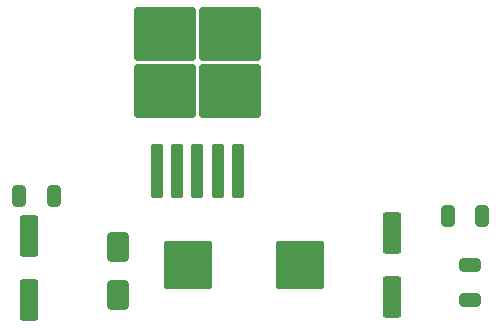
<source format=gbr>
%TF.GenerationSoftware,KiCad,Pcbnew,9.0.3*%
%TF.CreationDate,2025-10-14T12:27:29+02:00*%
%TF.ProjectId,TEST_JLC_PCB,54455354-5f4a-44c4-935f-5043422e6b69,rev?*%
%TF.SameCoordinates,Original*%
%TF.FileFunction,Paste,Top*%
%TF.FilePolarity,Positive*%
%FSLAX46Y46*%
G04 Gerber Fmt 4.6, Leading zero omitted, Abs format (unit mm)*
G04 Created by KiCad (PCBNEW 9.0.3) date 2025-10-14 12:27:29*
%MOMM*%
%LPD*%
G01*
G04 APERTURE LIST*
G04 Aperture macros list*
%AMRoundRect*
0 Rectangle with rounded corners*
0 $1 Rounding radius*
0 $2 $3 $4 $5 $6 $7 $8 $9 X,Y pos of 4 corners*
0 Add a 4 corners polygon primitive as box body*
4,1,4,$2,$3,$4,$5,$6,$7,$8,$9,$2,$3,0*
0 Add four circle primitives for the rounded corners*
1,1,$1+$1,$2,$3*
1,1,$1+$1,$4,$5*
1,1,$1+$1,$6,$7*
1,1,$1+$1,$8,$9*
0 Add four rect primitives between the rounded corners*
20,1,$1+$1,$2,$3,$4,$5,0*
20,1,$1+$1,$4,$5,$6,$7,0*
20,1,$1+$1,$6,$7,$8,$9,0*
20,1,$1+$1,$8,$9,$2,$3,0*%
G04 Aperture macros list end*
%ADD10RoundRect,0.250000X0.325000X0.650000X-0.325000X0.650000X-0.325000X-0.650000X0.325000X-0.650000X0*%
%ADD11RoundRect,0.250000X-0.550000X1.500000X-0.550000X-1.500000X0.550000X-1.500000X0.550000X1.500000X0*%
%ADD12RoundRect,0.250000X-0.650000X0.325000X-0.650000X-0.325000X0.650000X-0.325000X0.650000X0.325000X0*%
%ADD13RoundRect,0.250002X1.799998X1.799998X-1.799998X1.799998X-1.799998X-1.799998X1.799998X-1.799998X0*%
%ADD14RoundRect,0.250000X2.375000X-2.025000X2.375000X2.025000X-2.375000X2.025000X-2.375000X-2.025000X0*%
%ADD15RoundRect,0.250000X0.300000X-2.050000X0.300000X2.050000X-0.300000X2.050000X-0.300000X-2.050000X0*%
%ADD16RoundRect,0.250000X-0.650000X1.000000X-0.650000X-1.000000X0.650000X-1.000000X0.650000X1.000000X0*%
%ADD17RoundRect,0.250000X-0.325000X-0.650000X0.325000X-0.650000X0.325000X0.650000X-0.325000X0.650000X0*%
G04 APERTURE END LIST*
D10*
%TO.C,C5*%
X99135000Y-68170000D03*
X96185000Y-68170000D03*
%TD*%
D11*
%TO.C,C1*%
X97060000Y-71570000D03*
X97060000Y-76970000D03*
%TD*%
D12*
%TO.C,C3*%
X134360000Y-74020000D03*
X134360000Y-76970000D03*
%TD*%
D13*
%TO.C,L1*%
X120025000Y-74060000D03*
X110525000Y-74060000D03*
%TD*%
D14*
%TO.C,U2*%
X108545000Y-59355000D03*
X114095000Y-59355000D03*
X108545000Y-54505000D03*
X114095000Y-54505000D03*
D15*
X107920000Y-66080000D03*
X109620000Y-66080000D03*
X111320000Y-66080000D03*
X113020000Y-66080000D03*
X114720000Y-66080000D03*
%TD*%
D11*
%TO.C,C2*%
X127780000Y-71320000D03*
X127780000Y-76720000D03*
%TD*%
D16*
%TO.C,D1*%
X104582500Y-72560000D03*
X104582500Y-76560000D03*
%TD*%
D17*
%TO.C,C4*%
X132490000Y-69860000D03*
X135440000Y-69860000D03*
%TD*%
M02*

</source>
